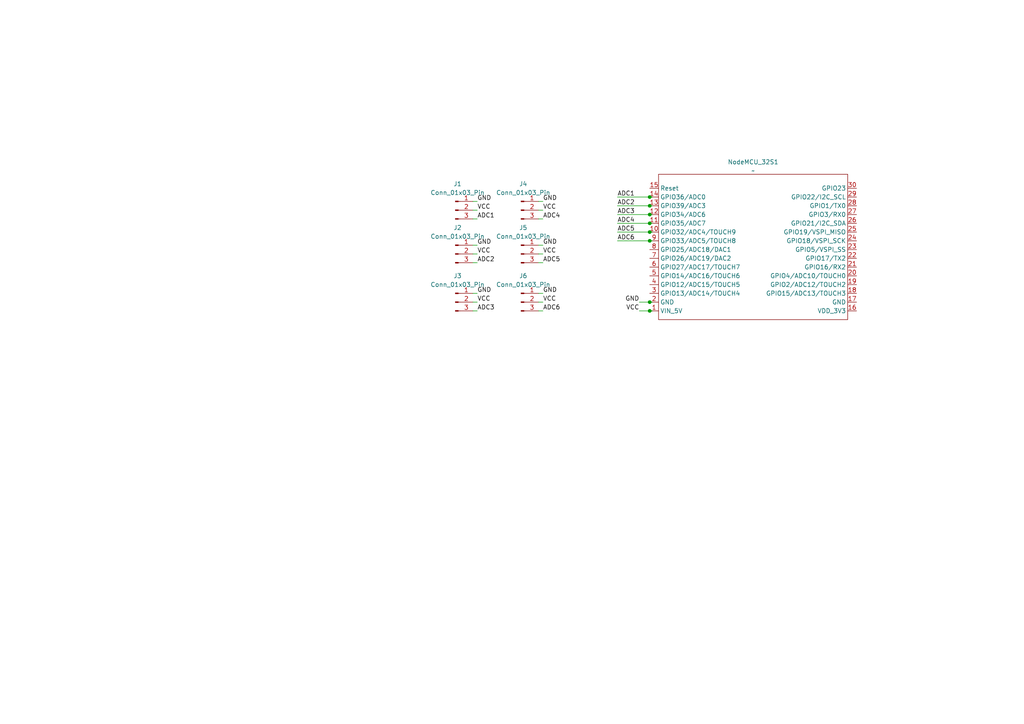
<source format=kicad_sch>
(kicad_sch (version 20231120) (generator "eeschema") (generator_version "8.0")
  (paper "A4")
  (lib_symbols
    (symbol "Connector:Conn_01x03_Pin" (pin_names (offset 1.016) hide)
      (property "Reference" "J" (at 0 5.08 0))
      (property "Value" "Conn_01x03_Pin" (at 0 -5.08 0))
      (symbol "Conn_01x03_Pin_1_1"
        (polyline (pts (xy 1.27 -2.54) (xy 0.8636 -2.54)) (stroke (width 0.1524)))
        (polyline (pts (xy 1.27 0) (xy 0.8636 0)) (stroke (width 0.1524)))
        (polyline (pts (xy 1.27 2.54) (xy 0.8636 2.54)) (stroke (width 0.1524)))
        (rectangle (start 0.8636 -2.413) (end 0 -2.667) (stroke (width 0.1524)) (fill (type outline)))
        (rectangle (start 0.8636 0.127) (end 0 -0.127) (stroke (width 0.1524)) (fill (type outline)))
        (rectangle (start 0.8636 2.667) (end 0 2.413) (stroke (width 0.1524)) (fill (type outline)))
        (pin passive line (at 5.08 2.54 180) (length 3.81) (name "Pin_1") (number "1"))
        (pin passive line (at 5.08 0 180) (length 3.81) (name "Pin_2") (number "2"))
        (pin passive line (at 5.08 -2.54 180) (length 3.81) (name "Pin_3") (number "3"))
      )
    )
    (symbol "custom_library:ESP32_NodeMCU"
      (property "Reference" "NodeMCU_32S" (at 0 14.224 0))
      (symbol "ESP32_NodeMCU_1_1"
        (rectangle (start -27.432 20.574) (end 27.432 -21.59))
        (pin power_in line (at -30 -19.05 0) (length 2.54) (name "VIN_5V") (number "1"))
        (pin bidirectional line (at -30 3.81 0) (length 2.54) (name "GPIO32/ADC4/TOUCH9") (number "10"))
        (pin bidirectional line (at -30 6.35 0) (length 2.54) (name "GPIO35/ADC7") (number "11"))
        (pin bidirectional line (at -30 8.89 0) (length 2.54) (name "GPIO34/ADC6") (number "12"))
        (pin bidirectional line (at -30 11.43 0) (length 2.54) (name "GPIO39/ADC3") (number "13"))
        (pin bidirectional line (at -30 13.97 0) (length 2.54) (name "GPIO36/ADC0") (number "14"))
        (pin input line (at -30 16.51 0) (length 2.54) (name "Reset") (number "15"))
        (pin power_out line (at 30 -19.05 180) (length 2.54) (name "VDD_3V3") (number "16"))
        (pin power_out line (at 30 -16.51 180) (length 2.54) (name "GND") (number "17"))
        (pin bidirectional line (at 30 -13.97 180) (length 2.54) (name "GPIO15/ADC13/TOUCH3") (number "18"))
        (pin bidirectional line (at 30 -11.43 180) (length 2.54) (name "GPIO2/ADC12/TOUCH2") (number "19"))
        (pin power_in line (at -30 -16.51 0) (length 2.54) (name "GND") (number "2"))
        (pin bidirectional line (at 30 -8.89 180) (length 2.54) (name "GPIO4/ADC10/TOUCH0") (number "20"))
        (pin bidirectional line (at 30 -6.35 180) (length 2.54) (name "GPIO16/RX2") (number "21"))
        (pin bidirectional line (at 30 -3.81 180) (length 2.54) (name "GPIO17/TX2") (number "22"))
        (pin bidirectional line (at 30 -1.27 180) (length 2.54) (name "GPIO5/VSPI_SS") (number "23"))
        (pin bidirectional line (at 30 1.27 180) (length 2.54) (name "GPIO18/VSPI_SCK") (number "24"))
        (pin bidirectional line (at 30 3.81 180) (length 2.54) (name "GPIO19/VSPI_MISO") (number "25"))
        (pin bidirectional line (at 30 6.35 180) (length 2.54) (name "GPIO21/I2C_SDA") (number "26"))
        (pin bidirectional line (at 30 8.89 180) (length 2.54) (name "GPIO3/RX0") (number "27"))
        (pin bidirectional line (at 30 11.43 180) (length 2.54) (name "GPIO1/TX0") (number "28"))
        (pin bidirectional line (at 30 13.97 180) (length 2.54) (name "GPIO22/I2C_SCL") (number "29"))
        (pin bidirectional line (at -30 -13.97 0) (length 2.54) (name "GPIO13/ADC14/TOUCH4") (number "3"))
        (pin bidirectional line (at 30 16.51 180) (length 2.54) (name "GPIO23") (number "30"))
        (pin bidirectional line (at -30 -11.43 0) (length 2.54) (name "GPIO12/ADC15/TOUCH5") (number "4"))
        (pin bidirectional line (at -30 -8.89 0) (length 2.54) (name "GPIO14/ADC16/TOUCH6") (number "5"))
        (pin bidirectional line (at -30 -6.35 0) (length 2.54) (name "GPIO27/ADC17/TOUCH7") (number "6"))
        (pin bidirectional line (at -30 -3.81 0) (length 2.54) (name "GPIO26/ADC19/DAC2") (number "7"))
        (pin bidirectional line (at -30 -1.27 0) (length 2.54) (name "GPIO25/ADC18/DAC1") (number "8"))
        (pin bidirectional line (at -30 1.27 0) (length 2.54) (name "GPIO33/ADC5/TOUCH8") (number "9"))
      )
    )
  )
  (junction (at 188.44 59.69))
  (junction (at 188.44 69.85))
  (junction (at 188.44 62.23))
  (junction (at 188.44 57.15))
  (junction (at 188.44 67.31))
  (junction (at 188.44 90.17))
  (junction (at 188.44 64.77))
  (junction (at 188.44 87.63))
  (wire (pts (xy 188.44 67.31) (xy 189.23 67.31)))
  (wire (pts (xy 138.43 73.66) (xy 137.16 73.66)))
  (wire (pts (xy 188.44 59.69) (xy 189.23 59.69)))
  (wire (pts (xy 188.44 87.63) (xy 189.23 87.63)))
  (wire (pts (xy 138.43 63.5) (xy 137.16 63.5)))
  (wire (pts (xy 157.48 90.17) (xy 156.21 90.17)))
  (wire (pts (xy 188.44 64.77) (xy 189.23 64.77)))
  (wire (pts (xy 185.42 90.17) (xy 188.44 90.17)))
  (wire (pts (xy 138.43 85.09) (xy 137.16 85.09)))
  (wire (pts (xy 179.07 59.69) (xy 188.44 59.69)))
  (wire (pts (xy 138.43 87.63) (xy 137.16 87.63)))
  (wire (pts (xy 188.44 57.15) (xy 189.23 57.15)))
  (wire (pts (xy 157.48 76.2) (xy 156.21 76.2)))
  (wire (pts (xy 138.43 58.42) (xy 137.16 58.42)))
  (wire (pts (xy 188.44 69.85) (xy 189.23 69.85)))
  (wire (pts (xy 157.48 63.5) (xy 156.21 63.5)))
  (wire (pts (xy 179.07 62.23) (xy 188.44 62.23)))
  (wire (pts (xy 179.07 57.15) (xy 188.44 57.15)))
  (wire (pts (xy 138.43 60.96) (xy 137.16 60.96)))
  (wire (pts (xy 185.42 87.63) (xy 188.44 87.63)))
  (wire (pts (xy 179.07 69.85) (xy 188.44 69.85)))
  (wire (pts (xy 157.48 71.12) (xy 156.21 71.12)))
  (wire (pts (xy 157.48 60.96) (xy 156.21 60.96)))
  (wire (pts (xy 157.48 58.42) (xy 156.21 58.42)))
  (wire (pts (xy 157.48 73.66) (xy 156.21 73.66)))
  (wire (pts (xy 157.48 87.63) (xy 156.21 87.63)))
  (wire (pts (xy 179.07 64.77) (xy 188.44 64.77)))
  (wire (pts (xy 138.43 71.12) (xy 137.16 71.12)))
  (wire (pts (xy 188.44 90.17) (xy 189.23 90.17)))
  (wire (pts (xy 138.43 90.17) (xy 137.16 90.17)))
  (wire (pts (xy 179.07 67.31) (xy 188.44 67.31)))
  (wire (pts (xy 188.44 62.23) (xy 189.23 62.23)))
  (wire (pts (xy 157.48 85.09) (xy 156.21 85.09)))
  (wire (pts (xy 138.43 76.2) (xy 137.16 76.2)))
  (label "VCC" (at 185.42 90.17 180))
  (label "ADC6" (at 179.07 69.85 0))
  (label "VCC" (at 157.48 73.66 0))
  (label "ADC3" (at 179.07 62.23 0))
  (label "ADC5" (at 157.48 76.2 0))
  (label "ADC2" (at 138.43 76.2 0))
  (label "ADC1" (at 179.07 57.15 0))
  (label "GND" (at 185.42 87.63 180))
  (label "ADC6" (at 157.48 90.17 0))
  (label "GND" (at 138.43 85.09 0))
  (label "ADC3" (at 138.43 90.17 0))
  (label "ADC2" (at 179.07 59.69 0))
  (label "GND" (at 157.48 58.42 0))
  (label "VCC" (at 138.43 60.96 0))
  (label "ADC4" (at 157.48 63.5 0))
  (label "ADC4" (at 179.07 64.77 0))
  (label "GND" (at 138.43 71.12 0))
  (label "GND" (at 138.43 58.42 0))
  (label "ADC5" (at 179.07 67.31 0))
  (label "VCC" (at 138.43 73.66 0))
  (label "VCC" (at 157.48 87.63 0))
  (label "VCC" (at 157.48 60.96 0))
  (label "ADC1" (at 138.43 63.5 0))
  (label "GND" (at 157.48 71.12 0))
  (label "GND" (at 157.48 85.09 0))
  (label "VCC" (at 138.43 87.63 0))
  (symbol (lib_id "Connector:Conn_01x03_Pin") (at 151.13 60.96 0) (unit 1)
    (property "Reference" "J4" (at 151.765 53.34 0))
    (property "Value" "Conn_01x03_Pin" (at 151.765 55.88 0))
    (property "Footprint" "Connector_JST:JST_XH_B3B-XH-A_1x03_P2.50mm_Vertical" (effects (hide yes)))
    (property "Description" "Generic connector, single row, 01x03, script generated" (effects (hide yes)))
  )
  (symbol (lib_id "Connector:Conn_01x03_Pin") (at 151.13 73.66 0) (unit 1)
    (property "Reference" "J5" (at 151.765 66.04 0))
    (property "Value" "Conn_01x03_Pin" (at 151.765 68.58 0))
    (property "Footprint" "Connector_JST:JST_XH_B3B-XH-A_1x03_P2.50mm_Vertical" (effects (hide yes)))
    (property "Description" "Generic connector, single row, 01x03, script generated" (effects (hide yes)))
  )
  (symbol (lib_id "Connector:Conn_01x03_Pin") (at 132.08 87.63 0) (unit 1)
    (property "Reference" "J3" (at 132.715 80.01 0))
    (property "Value" "Conn_01x03_Pin" (at 132.715 82.55 0))
    (property "Footprint" "Connector_JST:JST_XH_B3B-XH-A_1x03_P2.50mm_Vertical" (effects (hide yes)))
    (property "Description" "Generic connector, single row, 01x03, script generated" (effects (hide yes)))
  )
  (symbol (lib_id "Connector:Conn_01x03_Pin") (at 132.08 73.66 0) (unit 1)
    (property "Reference" "J2" (at 132.715 66.04 0))
    (property "Value" "Conn_01x03_Pin" (at 132.715 68.58 0))
    (property "Footprint" "Connector_JST:JST_XH_B3B-XH-A_1x03_P2.50mm_Vertical" (effects (hide yes)))
    (property "Description" "Generic connector, single row, 01x03, script generated" (effects (hide yes)))
  )
  (symbol (lib_id "Connector:Conn_01x03_Pin") (at 151.13 87.63 0) (unit 1)
    (property "Reference" "J6" (at 151.765 80.01 0))
    (property "Value" "Conn_01x03_Pin" (at 151.765 82.55 0))
    (property "Footprint" "Connector_JST:JST_XH_B3B-XH-A_1x03_P2.50mm_Vertical" (effects (hide yes)))
    (property "Description" "Generic connector, single row, 01x03, script generated" (effects (hide yes)))
  )
  (symbol (lib_id "custom_library:ESP32_NodeMCU") (at 218.44 71.12 0) (unit 1)
    (property "Reference" "NodeMCU_32S1" (at 218.44 46.99 0))
    (property "Value" "~" (at 218.44 49.53 0))
    (property "Footprint" "1_custom_footprints_Library:ESP32_NodeMCU" (effects (hide yes)))
  )
  (symbol (lib_id "Connector:Conn_01x03_Pin") (at 132.08 60.96 0) (unit 1)
    (property "Reference" "J1" (at 132.715 53.34 0))
    (property "Value" "Conn_01x03_Pin" (at 132.715 55.88 0))
    (property "Footprint" "Connector_JST:JST_XH_B3B-XH-A_1x03_P2.50mm_Vertical" (effects (hide yes)))
    (property "Description" "Generic connector, single row, 01x03, script generated" (effects (hide yes)))
  )
)
</source>
